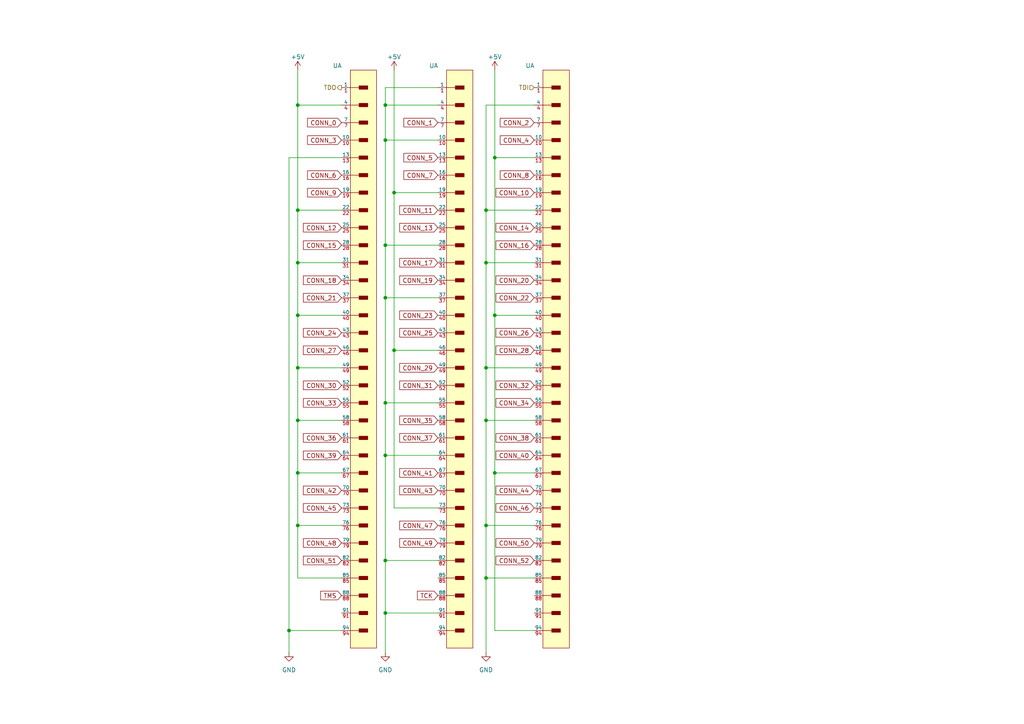
<source format=kicad_sch>
(kicad_sch (version 20220404) (generator eeschema)
  (paper "A4")
  (lib_symbols
    (symbol "09032967825:09032967825" (pin_names (offset 0))
      (property "Reference" "J" (at 0 7.62 0))
      (property "Value" "09032967825" (at 0 10.16 0))
      (symbol "09032967825_1_1"
        (rectangle (start -12.7 5.08) (end -5.08 -162.56) (fill (type background)))
        (rectangle (start -10.16 -156.972) (end -7.62 -157.988) (fill (type outline)))
        (rectangle (start -10.16 -151.892) (end -7.62 -152.908) (fill (type outline)))
        (rectangle (start -10.16 -146.812) (end -7.62 -147.828) (fill (type outline)))
        (rectangle (start -10.16 -141.732) (end -7.62 -142.748) (fill (type outline)))
        (rectangle (start -10.16 -136.652) (end -7.62 -137.668) (fill (type outline)))
        (rectangle (start -10.16 -131.572) (end -7.62 -132.588) (fill (type outline)))
        (rectangle (start -10.16 -126.492) (end -7.62 -127.508) (fill (type outline)))
        (rectangle (start -10.16 -121.412) (end -7.62 -122.428) (fill (type outline)))
        (rectangle (start -10.16 -116.332) (end -7.62 -117.348) (fill (type outline)))
        (rectangle (start -10.16 -111.252) (end -7.62 -112.268) (fill (type outline)))
        (rectangle (start -10.16 -106.172) (end -7.62 -107.188) (fill (type outline)))
        (rectangle (start -10.16 -101.092) (end -7.62 -102.108) (fill (type outline)))
        (rectangle (start -10.16 -96.012) (end -7.62 -97.028) (fill (type outline)))
        (rectangle (start -10.16 -90.932) (end -7.62 -91.948) (fill (type outline)))
        (rectangle (start -10.16 -85.852) (end -7.62 -86.868) (fill (type outline)))
        (rectangle (start -10.16 -80.772) (end -7.62 -81.788) (fill (type outline)))
        (rectangle (start -10.16 -75.692) (end -7.62 -76.708) (fill (type outline)))
        (rectangle (start -10.16 -70.612) (end -7.62 -71.628) (fill (type outline)))
        (rectangle (start -10.16 -65.532) (end -7.62 -66.548) (fill (type outline)))
        (rectangle (start -10.16 -60.452) (end -7.62 -61.468) (fill (type outline)))
        (rectangle (start -10.16 -55.372) (end -7.62 -56.388) (fill (type outline)))
        (rectangle (start -10.16 -50.292) (end -7.62 -51.308) (fill (type outline)))
        (rectangle (start -10.16 -45.212) (end -7.62 -46.228) (fill (type outline)))
        (rectangle (start -10.16 -40.132) (end -7.62 -41.148) (fill (type outline)))
        (rectangle (start -10.16 -35.052) (end -7.62 -36.068) (fill (type outline)))
        (rectangle (start -10.16 -29.972) (end -7.62 -30.988) (fill (type outline)))
        (rectangle (start -10.16 -24.892) (end -7.62 -25.908) (fill (type outline)))
        (rectangle (start -10.16 -19.812) (end -7.62 -20.828) (fill (type outline)))
        (rectangle (start -10.16 -14.732) (end -7.62 -15.748) (fill (type outline)))
        (rectangle (start -10.16 -9.652) (end -7.62 -10.668) (fill (type outline)))
        (rectangle (start -10.16 -4.572) (end -7.62 -5.588) (fill (type outline)))
        (rectangle (start -10.16 0.508) (end -7.62 -0.508) (fill (type outline)))
        (polyline (pts (xy -8.128 -157.48) (xy -5.08 -157.48)))
        (polyline (pts (xy -8.128 -152.4) (xy -5.08 -152.4)))
        (polyline (pts (xy -8.128 -147.32) (xy -5.08 -147.32)))
        (polyline (pts (xy -8.128 -142.24) (xy -5.08 -142.24)))
        (polyline (pts (xy -8.128 -137.16) (xy -5.08 -137.16)))
        (polyline (pts (xy -8.128 -132.08) (xy -5.08 -132.08)))
        (polyline (pts (xy -8.128 -127) (xy -5.08 -127)))
        (polyline (pts (xy -8.128 -121.92) (xy -5.08 -121.92)))
        (polyline (pts (xy -8.128 -116.84) (xy -5.08 -116.84)))
        (polyline (pts (xy -8.128 -111.76) (xy -5.08 -111.76)))
        (polyline (pts (xy -8.128 -106.68) (xy -5.08 -106.68)))
        (polyline (pts (xy -8.128 -101.6) (xy -5.08 -101.6)))
        (polyline (pts (xy -8.128 -96.52) (xy -5.08 -96.52)))
        (polyline (pts (xy -8.128 -91.44) (xy -5.08 -91.44)))
        (polyline (pts (xy -8.128 -86.36) (xy -5.08 -86.36)))
        (polyline (pts (xy -8.128 -81.28) (xy -5.08 -81.28)))
        (polyline (pts (xy -8.128 -76.2) (xy -5.08 -76.2)))
        (polyline (pts (xy -8.128 -71.12) (xy -5.08 -71.12)))
        (polyline (pts (xy -8.128 -66.04) (xy -5.08 -66.04)))
        (polyline (pts (xy -8.128 -60.96) (xy -5.08 -60.96)))
        (polyline (pts (xy -8.128 -55.88) (xy -5.08 -55.88)))
        (polyline (pts (xy -8.128 -50.8) (xy -5.08 -50.8)))
        (polyline (pts (xy -8.128 -45.72) (xy -5.08 -45.72)))
        (polyline (pts (xy -8.128 -40.64) (xy -5.08 -40.64)))
        (polyline (pts (xy -8.128 -35.56) (xy -5.08 -35.56)))
        (polyline (pts (xy -8.128 -30.48) (xy -5.08 -30.48)))
        (polyline (pts (xy -8.128 -25.4) (xy -5.08 -25.4)))
        (polyline (pts (xy -8.128 -20.32) (xy -5.08 -20.32)))
        (polyline (pts (xy -8.128 -15.24) (xy -5.08 -15.24)))
        (polyline (pts (xy -8.128 -10.16) (xy -5.08 -10.16)))
        (polyline (pts (xy -8.128 -5.08) (xy -5.08 -5.08)))
        (polyline (pts (xy -8.128 0) (xy -5.08 0)))
        (pin passive line (at -2.54 0 180) (length 2.54) (name "1") (number "1"))
        (pin passive line (at -2.54 -15.24 180) (length 2.54) (name "10") (number "10"))
        (pin passive line (at -2.54 -20.32 180) (length 2.54) (name "13") (number "13"))
        (pin passive line (at -2.54 -25.4 180) (length 2.54) (name "16") (number "16"))
        (pin passive line (at -2.54 -30.48 180) (length 2.54) (name "19") (number "19"))
        (pin passive line (at -2.54 -35.56 180) (length 2.54) (name "22") (number "22"))
        (pin passive line (at -2.54 -40.64 180) (length 2.54) (name "25") (number "25"))
        (pin passive line (at -2.54 -45.72 180) (length 2.54) (name "28") (number "28"))
        (pin passive line (at -2.54 -50.8 180) (length 2.54) (name "31") (number "31"))
        (pin passive line (at -2.54 -55.88 180) (length 2.54) (name "34") (number "34"))
        (pin passive line (at -2.54 -60.96 180) (length 2.54) (name "37") (number "37"))
        (pin passive line (at -2.54 -5.08 180) (length 2.54) (name "4") (number "4"))
        (pin passive line (at -2.54 -66.04 180) (length 2.54) (name "40") (number "40"))
        (pin passive line (at -2.54 -71.12 180) (length 2.54) (name "43") (number "43"))
        (pin passive line (at -2.54 -76.2 180) (length 2.54) (name "46") (number "46"))
        (pin passive line (at -2.54 -81.28 180) (length 2.54) (name "49") (number "49"))
        (pin passive line (at -2.54 -86.36 180) (length 2.54) (name "52") (number "52"))
        (pin passive line (at -2.54 -91.44 180) (length 2.54) (name "55") (number "55"))
        (pin passive line (at -2.54 -96.52 180) (length 2.54) (name "58") (number "58"))
        (pin passive line (at -2.54 -101.6 180) (length 2.54) (name "61") (number "61"))
        (pin passive line (at -2.54 -106.68 180) (length 2.54) (name "64") (number "64"))
        (pin passive line (at -2.54 -111.76 180) (length 2.54) (name "67") (number "67"))
        (pin passive line (at -2.54 -10.16 180) (length 2.54) (name "7") (number "7"))
        (pin passive line (at -2.54 -116.84 180) (length 2.54) (name "70") (number "70"))
        (pin passive line (at -2.54 -121.92 180) (length 2.54) (name "73") (number "73"))
        (pin passive line (at -2.54 -127 180) (length 2.54) (name "76") (number "76"))
        (pin passive line (at -2.54 -132.08 180) (length 2.54) (name "79") (number "79"))
        (pin passive line (at -2.54 -137.16 180) (length 2.54) (name "82") (number "82"))
        (pin passive line (at -2.54 -142.24 180) (length 2.54) (name "85") (number "85"))
        (pin passive line (at -2.54 -147.32 180) (length 2.54) (name "88") (number "88"))
        (pin passive line (at -2.54 -152.4 180) (length 2.54) (name "91") (number "91"))
        (pin passive line (at -2.54 -157.48 180) (length 2.54) (name "94") (number "94"))
      )
      (symbol "09032967825_2_1"
        (rectangle (start -12.7 5.08) (end -5.08 -162.56) (fill (type background)))
        (rectangle (start -10.16 -156.972) (end -7.62 -157.988) (fill (type outline)))
        (rectangle (start -10.16 -151.892) (end -7.62 -152.908) (fill (type outline)))
        (rectangle (start -10.16 -146.812) (end -7.62 -147.828) (fill (type outline)))
        (rectangle (start -10.16 -141.732) (end -7.62 -142.748) (fill (type outline)))
        (rectangle (start -10.16 -136.652) (end -7.62 -137.668) (fill (type outline)))
        (rectangle (start -10.16 -131.572) (end -7.62 -132.588) (fill (type outline)))
        (rectangle (start -10.16 -126.492) (end -7.62 -127.508) (fill (type outline)))
        (rectangle (start -10.16 -121.412) (end -7.62 -122.428) (fill (type outline)))
        (rectangle (start -10.16 -116.332) (end -7.62 -117.348) (fill (type outline)))
        (rectangle (start -10.16 -111.252) (end -7.62 -112.268) (fill (type outline)))
        (rectangle (start -10.16 -106.172) (end -7.62 -107.188) (fill (type outline)))
        (rectangle (start -10.16 -101.092) (end -7.62 -102.108) (fill (type outline)))
        (rectangle (start -10.16 -96.012) (end -7.62 -97.028) (fill (type outline)))
        (rectangle (start -10.16 -90.932) (end -7.62 -91.948) (fill (type outline)))
        (rectangle (start -10.16 -85.852) (end -7.62 -86.868) (fill (type outline)))
        (rectangle (start -10.16 -80.772) (end -7.62 -81.788) (fill (type outline)))
        (rectangle (start -10.16 -75.692) (end -7.62 -76.708) (fill (type outline)))
        (rectangle (start -10.16 -70.612) (end -7.62 -71.628) (fill (type outline)))
        (rectangle (start -10.16 -65.532) (end -7.62 -66.548) (fill (type outline)))
        (rectangle (start -10.16 -60.452) (end -7.62 -61.468) (fill (type outline)))
        (rectangle (start -10.16 -55.372) (end -7.62 -56.388) (fill (type outline)))
        (rectangle (start -10.16 -50.292) (end -7.62 -51.308) (fill (type outline)))
        (rectangle (start -10.16 -45.212) (end -7.62 -46.228) (fill (type outline)))
        (rectangle (start -10.16 -40.132) (end -7.62 -41.148) (fill (type outline)))
        (rectangle (start -10.16 -35.052) (end -7.62 -36.068) (fill (type outline)))
        (rectangle (start -10.16 -29.972) (end -7.62 -30.988) (fill (type outline)))
        (rectangle (start -10.16 -24.892) (end -7.62 -25.908) (fill (type outline)))
        (rectangle (start -10.16 -19.812) (end -7.62 -20.828) (fill (type outline)))
        (rectangle (start -10.16 -14.732) (end -7.62 -15.748) (fill (type outline)))
        (rectangle (start -10.16 -9.652) (end -7.62 -10.668) (fill (type outline)))
        (rectangle (start -10.16 -4.572) (end -7.62 -5.588) (fill (type outline)))
        (rectangle (start -10.16 0.508) (end -7.62 -0.508) (fill (type outline)))
        (polyline (pts (xy -8.128 -157.48) (xy -5.08 -157.48)))
        (polyline (pts (xy -8.128 -152.4) (xy -5.08 -152.4)))
        (polyline (pts (xy -8.128 -147.32) (xy -5.08 -147.32)))
        (polyline (pts (xy -8.128 -142.24) (xy -5.08 -142.24)))
        (polyline (pts (xy -8.128 -137.16) (xy -5.08 -137.16)))
        (polyline (pts (xy -8.128 -132.08) (xy -5.08 -132.08)))
        (polyline (pts (xy -8.128 -127) (xy -5.08 -127)))
        (polyline (pts (xy -8.128 -121.92) (xy -5.08 -121.92)))
        (polyline (pts (xy -8.128 -116.84) (xy -5.08 -116.84)))
        (polyline (pts (xy -8.128 -111.76) (xy -5.08 -111.76)))
        (polyline (pts (xy -8.128 -106.68) (xy -5.08 -106.68)))
        (polyline (pts (xy -8.128 -101.6) (xy -5.08 -101.6)))
        (polyline (pts (xy -8.128 -96.52) (xy -5.08 -96.52)))
        (polyline (pts (xy -8.128 -91.44) (xy -5.08 -91.44)))
        (polyline (pts (xy -8.128 -86.36) (xy -5.08 -86.36)))
        (polyline (pts (xy -8.128 -81.28) (xy -5.08 -81.28)))
        (polyline (pts (xy -8.128 -76.2) (xy -5.08 -76.2)))
        (polyline (pts (xy -8.128 -71.12) (xy -5.08 -71.12)))
        (polyline (pts (xy -8.128 -66.04) (xy -5.08 -66.04)))
        (polyline (pts (xy -8.128 -60.96) (xy -5.08 -60.96)))
        (polyline (pts (xy -8.128 -55.88) (xy -5.08 -55.88)))
        (polyline (pts (xy -8.128 -50.8) (xy -5.08 -50.8)))
        (polyline (pts (xy -8.128 -45.72) (xy -5.08 -45.72)))
        (polyline (pts (xy -8.128 -40.64) (xy -5.08 -40.64)))
        (polyline (pts (xy -8.128 -35.56) (xy -5.08 -35.56)))
        (polyline (pts (xy -8.128 -30.48) (xy -5.08 -30.48)))
        (polyline (pts (xy -8.128 -25.4) (xy -5.08 -25.4)))
        (polyline (pts (xy -8.128 -20.32) (xy -5.08 -20.32)))
        (polyline (pts (xy -8.128 -15.24) (xy -5.08 -15.24)))
        (polyline (pts (xy -8.128 -10.16) (xy -5.08 -10.16)))
        (polyline (pts (xy -8.128 -5.08) (xy -5.08 -5.08)))
        (polyline (pts (xy -8.128 0) (xy -5.08 0)))
        (pin passive line (at -2.54 -15.24 180) (length 2.54) (name "11") (number "11"))
        (pin passive line (at -2.54 -20.32 180) (length 2.54) (name "14") (number "14"))
        (pin passive line (at -2.54 -25.4 180) (length 2.54) (name "17") (number "17"))
        (pin passive line (at -2.54 0 180) (length 2.54) (name "2") (number "2"))
        (pin passive line (at -2.54 -30.48 180) (length 2.54) (name "20") (number "20"))
        (pin passive line (at -2.54 -35.56 180) (length 2.54) (name "23") (number "23"))
        (pin passive line (at -2.54 -40.64 180) (length 2.54) (name "26") (number "26"))
        (pin passive line (at -2.54 -45.72 180) (length 2.54) (name "29") (number "29"))
        (pin passive line (at -2.54 -50.8 180) (length 2.54) (name "32") (number "32"))
        (pin passive line (at -2.54 -55.88 180) (length 2.54) (name "35") (number "35"))
        (pin passive line (at -2.54 -60.96 180) (length 2.54) (name "38") (number "38"))
        (pin passive line (at -2.54 -66.04 180) (length 2.54) (name "41") (number "41"))
        (pin passive line (at -2.54 -71.12 180) (length 2.54) (name "44") (number "44"))
        (pin passive line (at -2.54 -76.2 180) (length 2.54) (name "47") (number "47"))
        (pin passive line (at -2.54 -5.08 180) (length 2.54) (name "5") (number "5"))
        (pin passive line (at -2.54 -81.28 180) (length 2.54) (name "50") (number "50"))
        (pin passive line (at -2.54 -86.36 180) (length 2.54) (name "53") (number "53"))
        (pin passive line (at -2.54 -91.44 180) (length 2.54) (name "56") (number "56"))
        (pin passive line (at -2.54 -96.52 180) (length 2.54) (name "59") (number "59"))
        (pin passive line (at -2.54 -101.6 180) (length 2.54) (name "62") (number "62"))
        (pin passive line (at -2.54 -106.68 180) (length 2.54) (name "65") (number "65"))
        (pin passive line (at -2.54 -111.76 180) (length 2.54) (name "68") (number "68"))
        (pin passive line (at -2.54 -116.84 180) (length 2.54) (name "71") (number "71"))
        (pin passive line (at -2.54 -121.92 180) (length 2.54) (name "74") (number "74"))
        (pin passive line (at -2.54 -127 180) (length 2.54) (name "77") (number "77"))
        (pin passive line (at -2.54 -10.16 180) (length 2.54) (name "8") (number "8"))
        (pin passive line (at -2.54 -132.08 180) (length 2.54) (name "80") (number "80"))
        (pin passive line (at -2.54 -137.16 180) (length 2.54) (name "83") (number "83"))
        (pin passive line (at -2.54 -142.24 180) (length 2.54) (name "86") (number "86"))
        (pin passive line (at -2.54 -147.32 180) (length 2.54) (name "89") (number "89"))
        (pin passive line (at -2.54 -152.4 180) (length 2.54) (name "92") (number "92"))
        (pin passive line (at -2.54 -157.48 180) (length 2.54) (name "95") (number "95"))
      )
      (symbol "09032967825_3_1"
        (rectangle (start -12.7 5.08) (end -5.08 -162.56) (fill (type background)))
        (rectangle (start -10.16 -156.972) (end -7.62 -157.988) (fill (type outline)))
        (rectangle (start -10.16 -151.892) (end -7.62 -152.908) (fill (type outline)))
        (rectangle (start -10.16 -146.812) (end -7.62 -147.828) (fill (type outline)))
        (rectangle (start -10.16 -141.732) (end -7.62 -142.748) (fill (type outline)))
        (rectangle (start -10.16 -136.652) (end -7.62 -137.668) (fill (type outline)))
        (rectangle (start -10.16 -131.572) (end -7.62 -132.588) (fill (type outline)))
        (rectangle (start -10.16 -126.492) (end -7.62 -127.508) (fill (type outline)))
        (rectangle (start -10.16 -121.412) (end -7.62 -122.428) (fill (type outline)))
        (rectangle (start -10.16 -116.332) (end -7.62 -117.348) (fill (type outline)))
        (rectangle (start -10.16 -111.252) (end -7.62 -112.268) (fill (type outline)))
        (rectangle (start -10.16 -106.172) (end -7.62 -107.188) (fill (type outline)))
        (rectangle (start -10.16 -101.092) (end -7.62 -102.108) (fill (type outline)))
        (rectangle (start -10.16 -96.012) (end -7.62 -97.028) (fill (type outline)))
        (rectangle (start -10.16 -90.932) (end -7.62 -91.948) (fill (type outline)))
        (rectangle (start -10.16 -85.852) (end -7.62 -86.868) (fill (type outline)))
        (rectangle (start -10.16 -80.772) (end -7.62 -81.788) (fill (type outline)))
        (rectangle (start -10.16 -75.692) (end -7.62 -76.708) (fill (type outline)))
        (rectangle (start -10.16 -70.612) (end -7.62 -71.628) (fill (type outline)))
        (rectangle (start -10.16 -65.532) (end -7.62 -66.548) (fill (type outline)))
        (rectangle (start -10.16 -60.452) (end -7.62 -61.468) (fill (type outline)))
        (rectangle (start -10.16 -55.372) (end -7.62 -56.388) (fill (type outline)))
        (rectangle (start -10.16 -50.292) (end -7.62 -51.308) (fill (type outline)))
        (rectangle (start -10.16 -45.212) (end -7.62 -46.228) (fill (type outline)))
        (rectangle (start -10.16 -40.132) (end -7.62 -41.148) (fill (type outline)))
        (rectangle (start -10.16 -35.052) (end -7.62 -36.068) (fill (type outline)))
        (rectangle (start -10.16 -29.972) (end -7.62 -30.988) (fill (type outline)))
        (rectangle (start -10.16 -24.892) (end -7.62 -25.908) (fill (type outline)))
        (rectangle (start -10.16 -19.812) (end -7.62 -20.828) (fill (type outline)))
        (rectangle (start -10.16 -14.732) (end -7.62 -15.748) (fill (type outline)))
        (rectangle (start -10.16 -9.652) (end -7.62 -10.668) (fill (type outline)))
        (rectangle (start -10.16 -4.572) (end -7.62 -5.588) (fill (type outline)))
        (rectangle (start -10.16 0.508) (end -7.62 -0.508) (fill (type outline)))
        (polyline (pts (xy -8.128 -157.48) (xy -5.08 -157.48)))
        (polyline (pts (xy -8.128 -152.4) (xy -5.08 -152.4)))
        (polyline (pts (xy -8.128 -147.32) (xy -5.08 -147.32)))
        (polyline (pts (xy -8.128 -142.24) (xy -5.08 -142.24)))
        (polyline (pts (xy -8.128 -137.16) (xy -5.08 -137.16)))
        (polyline (pts (xy -8.128 -132.08) (xy -5.08 -132.08)))
        (polyline (pts (xy -8.128 -127) (xy -5.08 -127)))
        (polyline (pts (xy -8.128 -121.92) (xy -5.08 -121.92)))
        (polyline (pts (xy -8.128 -116.84) (xy -5.08 -116.84)))
        (polyline (pts (xy -8.128 -111.76) (xy -5.08 -111.76)))
        (polyline (pts (xy -8.128 -106.68) (xy -5.08 -106.68)))
        (polyline (pts (xy -8.128 -101.6) (xy -5.08 -101.6)))
        (polyline (pts (xy -8.128 -96.52) (xy -5.08 -96.52)))
        (polyline (pts (xy -8.128 -91.44) (xy -5.08 -91.44)))
        (polyline (pts (xy -8.128 -86.36) (xy -5.08 -86.36)))
        (polyline (pts (xy -8.128 -81.28) (xy -5.08 -81.28)))
        (polyline (pts (xy -8.128 -76.2) (xy -5.08 -76.2)))
        (polyline (pts (xy -8.128 -71.12) (xy -5.08 -71.12)))
        (polyline (pts (xy -8.128 -66.04) (xy -5.08 -66.04)))
        (polyline (pts (xy -8.128 -60.96) (xy -5.08 -60.96)))
        (polyline (pts (xy -8.128 -55.88) (xy -5.08 -55.88)))
        (polyline (pts (xy -8.128 -50.8) (xy -5.08 -50.8)))
        (polyline (pts (xy -8.128 -45.72) (xy -5.08 -45.72)))
        (polyline (pts (xy -8.128 -40.64) (xy -5.08 -40.64)))
        (polyline (pts (xy -8.128 -35.56) (xy -5.08 -35.56)))
        (polyline (pts (xy -8.128 -30.48) (xy -5.08 -30.48)))
        (polyline (pts (xy -8.128 -25.4) (xy -5.08 -25.4)))
        (polyline (pts (xy -8.128 -20.32) (xy -5.08 -20.32)))
        (polyline (pts (xy -8.128 -15.24) (xy -5.08 -15.24)))
        (polyline (pts (xy -8.128 -10.16) (xy -5.08 -10.16)))
        (polyline (pts (xy -8.128 -5.08) (xy -5.08 -5.08)))
        (polyline (pts (xy -8.128 0) (xy -5.08 0)))
        (pin passive line (at -2.54 -15.24 180) (length 2.54) (name "12") (number "12"))
        (pin passive line (at -2.54 -20.32 180) (length 2.54) (name "15") (number "15"))
        (pin passive line (at -2.54 -25.4 180) (length 2.54) (name "18") (number "18"))
        (pin passive line (at -2.54 -30.48 180) (length 2.54) (name "21") (number "21"))
        (pin passive line (at -2.54 -35.56 180) (length 2.54) (name "24") (number "24"))
        (pin passive line (at -2.54 -40.64 180) (length 2.54) (name "27") (number "27"))
        (pin passive line (at -2.54 0 180) (length 2.54) (name "3") (number "3"))
        (pin passive line (at -2.54 -45.72 180) (length 2.54) (name "30") (number "30"))
        (pin passive line (at -2.54 -50.8 180) (length 2.54) (name "33") (number "33"))
        (pin passive line (at -2.54 -55.88 180) (length 2.54) (name "36") (number "36"))
        (pin passive line (at -2.54 -60.96 180) (length 2.54) (name "39") (number "39"))
        (pin passive line (at -2.54 -66.04 180) (length 2.54) (name "42") (number "42"))
        (pin passive line (at -2.54 -71.12 180) (length 2.54) (name "45") (number "45"))
        (pin passive line (at -2.54 -76.2 180) (length 2.54) (name "48") (number "48"))
        (pin passive line (at -2.54 -81.28 180) (length 2.54) (name "51") (number "51"))
        (pin passive line (at -2.54 -86.36 180) (length 2.54) (name "54") (number "54"))
        (pin passive line (at -2.54 -91.44 180) (length 2.54) (name "57") (number "57"))
        (pin passive line (at -2.54 -5.08 180) (length 2.54) (name "6") (number "6"))
        (pin passive line (at -2.54 -96.52 180) (length 2.54) (name "60") (number "60"))
        (pin passive line (at -2.54 -101.6 180) (length 2.54) (name "63") (number "63"))
        (pin passive line (at -2.54 -106.68 180) (length 2.54) (name "66") (number "66"))
        (pin passive line (at -2.54 -111.76 180) (length 2.54) (name "69") (number "69"))
        (pin passive line (at -2.54 -116.84 180) (length 2.54) (name "72") (number "72"))
        (pin passive line (at -2.54 -121.92 180) (length 2.54) (name "75") (number "75"))
        (pin passive line (at -2.54 -127 180) (length 2.54) (name "78") (number "78"))
        (pin passive line (at -2.54 -132.08 180) (length 2.54) (name "81") (number "81"))
        (pin passive line (at -2.54 -137.16 180) (length 2.54) (name "84") (number "84"))
        (pin passive line (at -2.54 -142.24 180) (length 2.54) (name "87") (number "87"))
        (pin passive line (at -2.54 -10.16 180) (length 2.54) (name "9") (number "9"))
        (pin passive line (at -2.54 -147.32 180) (length 2.54) (name "90") (number "90"))
        (pin passive line (at -2.54 -152.4 180) (length 2.54) (name "93") (number "93"))
        (pin passive line (at -2.54 -157.48 180) (length 2.54) (name "96") (number "96"))
      )
    )
    (symbol "power:+5V" (power) (pin_names (offset 0))
      (property "Value" "+5V" (at 0 3.556 0))
      (symbol "+5V_0_1"
        (polyline (pts (xy -0.762 1.27) (xy 0 2.54)))
        (polyline (pts (xy 0 0) (xy 0 2.54)))
        (polyline (pts (xy 0 2.54) (xy 0.762 1.27)))
      )
      (symbol "+5V_1_1"
        (pin power_in line (at 0 0 90) (length 0) hide (name "+5V") (number "1"))
      )
    )
    (symbol "power:GND" (power) (pin_names (offset 0))
      (property "Value" "GND" (at 0 -3.81 0))
      (symbol "GND_0_1"
        (polyline (pts (xy 0 0) (xy 0 -1.27) (xy 1.27 -1.27) (xy 0 -2.54) (xy -1.27 -1.27) (xy 0 -1.27)))
      )
      (symbol "GND_1_1"
        (pin power_in line (at 0 0 270) (length 0) hide (name "GND") (number "1"))
      )
    )
  )
  (junction (at 111.76 71.12))
  (junction (at 143.51 137.16))
  (junction (at 86.36 121.92))
  (junction (at 114.3 55.88))
  (junction (at 86.36 152.4))
  (junction (at 140.97 152.4))
  (junction (at 140.97 60.96))
  (junction (at 111.76 30.48))
  (junction (at 111.76 86.36))
  (junction (at 140.97 76.2))
  (junction (at 140.97 121.92))
  (junction (at 114.3 101.6))
  (junction (at 143.51 91.44))
  (junction (at 111.76 40.64))
  (junction (at 86.36 91.44))
  (junction (at 111.76 132.08))
  (junction (at 140.97 106.68))
  (junction (at 140.97 167.64))
  (junction (at 83.82 182.88))
  (junction (at 111.76 162.56))
  (junction (at 111.76 116.84))
  (junction (at 86.36 137.16))
  (junction (at 86.36 106.68))
  (junction (at 111.76 177.8))
  (junction (at 143.51 45.72))
  (junction (at 86.36 60.96))
  (junction (at 86.36 76.2))
  (junction (at 86.36 30.48))
  (wire (pts (xy 140.97 121.92) (xy 140.97 106.68)))
  (wire (pts (xy 83.82 45.72) (xy 99.06 45.72)))
  (wire (pts (xy 143.51 20.32) (xy 143.51 45.72)))
  (wire (pts (xy 111.76 71.12) (xy 111.76 40.64)))
  (wire (pts (xy 111.76 30.48) (xy 127 30.48)))
  (wire (pts (xy 143.51 91.44) (xy 154.94 91.44)))
  (wire (pts (xy 86.36 137.16) (xy 99.06 137.16)))
  (wire (pts (xy 111.76 177.8) (xy 111.76 162.56)))
  (wire (pts (xy 143.51 182.88) (xy 154.94 182.88)))
  (wire (pts (xy 86.36 30.48) (xy 86.36 60.96)))
  (wire (pts (xy 111.76 116.84) (xy 111.76 86.36)))
  (wire (pts (xy 143.51 45.72) (xy 143.51 91.44)))
  (wire (pts (xy 86.36 152.4) (xy 86.36 167.64)))
  (wire (pts (xy 86.36 76.2) (xy 99.06 76.2)))
  (wire (pts (xy 140.97 167.64) (xy 154.94 167.64)))
  (wire (pts (xy 86.36 106.68) (xy 86.36 121.92)))
  (wire (pts (xy 111.76 40.64) (xy 111.76 30.48)))
  (wire (pts (xy 86.36 91.44) (xy 86.36 106.68)))
  (wire (pts (xy 83.82 182.88) (xy 99.06 182.88)))
  (wire (pts (xy 140.97 60.96) (xy 154.94 60.96)))
  (wire (pts (xy 111.76 132.08) (xy 111.76 116.84)))
  (wire (pts (xy 86.36 30.48) (xy 99.06 30.48)))
  (wire (pts (xy 111.76 162.56) (xy 111.76 132.08)))
  (wire (pts (xy 111.76 162.56) (xy 127 162.56)))
  (wire (pts (xy 86.36 91.44) (xy 99.06 91.44)))
  (wire (pts (xy 111.76 25.4) (xy 127 25.4)))
  (wire (pts (xy 140.97 152.4) (xy 140.97 121.92)))
  (wire (pts (xy 140.97 167.64) (xy 140.97 152.4)))
  (wire (pts (xy 86.36 106.68) (xy 99.06 106.68)))
  (wire (pts (xy 140.97 106.68) (xy 154.94 106.68)))
  (wire (pts (xy 86.36 20.32) (xy 86.36 30.48)))
  (wire (pts (xy 114.3 101.6) (xy 114.3 147.32)))
  (wire (pts (xy 114.3 20.32) (xy 114.3 55.88)))
  (wire (pts (xy 140.97 76.2) (xy 154.94 76.2)))
  (wire (pts (xy 111.76 30.48) (xy 111.76 25.4)))
  (wire (pts (xy 143.51 137.16) (xy 143.51 182.88)))
  (wire (pts (xy 114.3 101.6) (xy 127 101.6)))
  (wire (pts (xy 83.82 45.72) (xy 83.82 182.88)))
  (wire (pts (xy 140.97 60.96) (xy 140.97 30.48)))
  (wire (pts (xy 140.97 30.48) (xy 154.94 30.48)))
  (wire (pts (xy 86.36 121.92) (xy 99.06 121.92)))
  (wire (pts (xy 111.76 40.64) (xy 127 40.64)))
  (wire (pts (xy 114.3 55.88) (xy 127 55.88)))
  (wire (pts (xy 140.97 121.92) (xy 154.94 121.92)))
  (wire (pts (xy 86.36 137.16) (xy 86.36 152.4)))
  (wire (pts (xy 83.82 189.23) (xy 83.82 182.88)))
  (wire (pts (xy 143.51 137.16) (xy 154.94 137.16)))
  (wire (pts (xy 86.36 76.2) (xy 86.36 91.44)))
  (wire (pts (xy 86.36 152.4) (xy 99.06 152.4)))
  (wire (pts (xy 111.76 116.84) (xy 127 116.84)))
  (wire (pts (xy 86.36 60.96) (xy 99.06 60.96)))
  (wire (pts (xy 86.36 121.92) (xy 86.36 137.16)))
  (wire (pts (xy 86.36 167.64) (xy 99.06 167.64)))
  (wire (pts (xy 111.76 86.36) (xy 127 86.36)))
  (wire (pts (xy 114.3 147.32) (xy 127 147.32)))
  (wire (pts (xy 86.36 60.96) (xy 86.36 76.2)))
  (wire (pts (xy 111.76 86.36) (xy 111.76 71.12)))
  (wire (pts (xy 111.76 177.8) (xy 127 177.8)))
  (wire (pts (xy 111.76 132.08) (xy 127 132.08)))
  (wire (pts (xy 140.97 76.2) (xy 140.97 60.96)))
  (wire (pts (xy 140.97 106.68) (xy 140.97 76.2)))
  (wire (pts (xy 140.97 152.4) (xy 154.94 152.4)))
  (wire (pts (xy 143.51 91.44) (xy 143.51 137.16)))
  (wire (pts (xy 111.76 189.23) (xy 111.76 177.8)))
  (wire (pts (xy 114.3 55.88) (xy 114.3 101.6)))
  (wire (pts (xy 140.97 189.23) (xy 140.97 167.64)))
  (wire (pts (xy 111.76 71.12) (xy 127 71.12)))
  (wire (pts (xy 143.51 45.72) (xy 154.94 45.72)))
  (global_label "CONN_1" (shape input) (at 127 35.56 180) (property "Intersheetrefs" "${INTERSHEET_REFS}" (effects hide)))
  (global_label "CONN_24" (shape input) (at 99.06 96.52 180) (property "Intersheetrefs" "${INTERSHEET_REFS}" (effects hide)))
  (global_label "CONN_22" (shape input) (at 154.94 86.36 180) (property "Intersheetrefs" "${INTERSHEET_REFS}" (effects hide)))
  (global_label "CONN_34" (shape input) (at 154.94 116.84 180) (property "Intersheetrefs" "${INTERSHEET_REFS}" (effects hide)))
  (global_label "CONN_6" (shape input) (at 99.06 50.8 180) (property "Intersheetrefs" "${INTERSHEET_REFS}" (effects hide)))
  (global_label "CONN_39" (shape input) (at 99.06 132.08 180) (property "Intersheetrefs" "${INTERSHEET_REFS}" (effects hide)))
  (global_label "CONN_30" (shape input) (at 99.06 111.76 180) (property "Intersheetrefs" "${INTERSHEET_REFS}" (effects hide)))
  (global_label "CONN_15" (shape input) (at 99.06 71.12 180) (property "Intersheetrefs" "${INTERSHEET_REFS}" (effects hide)))
  (global_label "CONN_41" (shape input) (at 127 137.16 180) (property "Intersheetrefs" "${INTERSHEET_REFS}" (effects hide)))
  (global_label "CONN_37" (shape input) (at 127 127 180) (property "Intersheetrefs" "${INTERSHEET_REFS}" (effects hide)))
  (global_label "CONN_26" (shape input) (at 154.94 96.52 180) (property "Intersheetrefs" "${INTERSHEET_REFS}" (effects hide)))
  (global_label "CONN_33" (shape input) (at 99.06 116.84 180) (property "Intersheetrefs" "${INTERSHEET_REFS}" (effects hide)))
  (global_label "CONN_23" (shape input) (at 127 91.44 180) (property "Intersheetrefs" "${INTERSHEET_REFS}" (effects hide)))
  (global_label "CONN_29" (shape input) (at 127 106.68 180) (property "Intersheetrefs" "${INTERSHEET_REFS}" (effects hide)))
  (global_label "CONN_31" (shape input) (at 127 111.76 180) (property "Intersheetrefs" "${INTERSHEET_REFS}" (effects hide)))
  (global_label "CONN_32" (shape input) (at 154.94 111.76 180) (property "Intersheetrefs" "${INTERSHEET_REFS}" (effects hide)))
  (global_label "CONN_45" (shape input) (at 99.06 147.32 180) (property "Intersheetrefs" "${INTERSHEET_REFS}" (effects hide)))
  (global_label "CONN_44" (shape input) (at 154.94 142.24 180) (property "Intersheetrefs" "${INTERSHEET_REFS}" (effects hide)))
  (global_label "CONN_28" (shape input) (at 154.94 101.6 180) (property "Intersheetrefs" "${INTERSHEET_REFS}" (effects hide)))
  (global_label "CONN_38" (shape input) (at 154.94 127 180) (property "Intersheetrefs" "${INTERSHEET_REFS}" (effects hide)))
  (global_label "CONN_36" (shape input) (at 99.06 127 180) (property "Intersheetrefs" "${INTERSHEET_REFS}" (effects hide)))
  (global_label "TCK" (shape input) (at 127 172.72 180) (property "Intersheetrefs" "${INTERSHEET_REFS}" (effects hide)))
  (global_label "CONN_2" (shape input) (at 154.94 35.56 180) (property "Intersheetrefs" "${INTERSHEET_REFS}" (effects hide)))
  (global_label "CONN_25" (shape input) (at 127 96.52 180) (property "Intersheetrefs" "${INTERSHEET_REFS}" (effects hide)))
  (global_label "CONN_48" (shape input) (at 99.06 157.48 180) (property "Intersheetrefs" "${INTERSHEET_REFS}" (effects hide)))
  (global_label "CONN_21" (shape input) (at 99.06 86.36 180) (property "Intersheetrefs" "${INTERSHEET_REFS}" (effects hide)))
  (global_label "CONN_4" (shape input) (at 154.94 40.64 180) (property "Intersheetrefs" "${INTERSHEET_REFS}" (effects hide)))
  (global_label "CONN_47" (shape input) (at 127 152.4 180) (property "Intersheetrefs" "${INTERSHEET_REFS}" (effects hide)))
  (global_label "CONN_8" (shape input) (at 154.94 50.8 180) (property "Intersheetrefs" "${INTERSHEET_REFS}" (effects hide)))
  (global_label "CONN_5" (shape input) (at 127 45.72 180) (property "Intersheetrefs" "${INTERSHEET_REFS}" (effects hide)))
  (global_label "CONN_35" (shape input) (at 127 121.92 180) (property "Intersheetrefs" "${INTERSHEET_REFS}" (effects hide)))
  (global_label "CONN_52" (shape input) (at 154.94 162.56 180) (property "Intersheetrefs" "${INTERSHEET_REFS}" (effects hide)))
  (global_label "CONN_40" (shape input) (at 154.94 132.08 180) (property "Intersheetrefs" "${INTERSHEET_REFS}" (effects hide)))
  (global_label "CONN_18" (shape input) (at 99.06 81.28 180) (property "Intersheetrefs" "${INTERSHEET_REFS}" (effects hide)))
  (global_label "CONN_14" (shape input) (at 154.94 66.04 180) (property "Intersheetrefs" "${INTERSHEET_REFS}" (effects hide)))
  (global_label "CONN_43" (shape input) (at 127 142.24 180) (property "Intersheetrefs" "${INTERSHEET_REFS}" (effects hide)))
  (global_label "CONN_42" (shape input) (at 99.06 142.24 180) (property "Intersheetrefs" "${INTERSHEET_REFS}" (effects hide)))
  (global_label "CONN_7" (shape input) (at 127 50.8 180) (property "Intersheetrefs" "${INTERSHEET_REFS}" (effects hide)))
  (global_label "CONN_13" (shape input) (at 127 66.04 180) (property "Intersheetrefs" "${INTERSHEET_REFS}" (effects hide)))
  (global_label "CONN_51" (shape input) (at 99.06 162.56 180) (property "Intersheetrefs" "${INTERSHEET_REFS}" (effects hide)))
  (global_label "CONN_0" (shape input) (at 99.06 35.56 180) (property "Intersheetrefs" "${INTERSHEET_REFS}" (effects hide)))
  (global_label "CONN_3" (shape input) (at 99.06 40.64 180) (property "Intersheetrefs" "${INTERSHEET_REFS}" (effects hide)))
  (global_label "CONN_11" (shape input) (at 127 60.96 180) (property "Intersheetrefs" "${INTERSHEET_REFS}" (effects hide)))
  (global_label "TMS" (shape input) (at 99.06 172.72 180) (property "Intersheetrefs" "${INTERSHEET_REFS}" (effects hide)))
  (global_label "CONN_50" (shape input) (at 154.94 157.48 180) (property "Intersheetrefs" "${INTERSHEET_REFS}" (effects hide)))
  (global_label "CONN_46" (shape input) (at 154.94 147.32 180) (property "Intersheetrefs" "${INTERSHEET_REFS}" (effects hide)))
  (global_label "CONN_19" (shape input) (at 127 81.28 180) (property "Intersheetrefs" "${INTERSHEET_REFS}" (effects hide)))
  (global_label "CONN_27" (shape input) (at 99.06 101.6 180) (property "Intersheetrefs" "${INTERSHEET_REFS}" (effects hide)))
  (global_label "CONN_17" (shape input) (at 127 76.2 180) (property "Intersheetrefs" "${INTERSHEET_REFS}" (effects hide)))
  (global_label "CONN_16" (shape input) (at 154.94 71.12 180) (property "Intersheetrefs" "${INTERSHEET_REFS}" (effects hide)))
  (global_label "CONN_49" (shape input) (at 127 157.48 180) (property "Intersheetrefs" "${INTERSHEET_REFS}" (effects hide)))
  (global_label "CONN_12" (shape input) (at 99.06 66.04 180) (property "Intersheetrefs" "${INTERSHEET_REFS}" (effects hide)))
  (global_label "CONN_20" (shape input) (at 154.94 81.28 180) (property "Intersheetrefs" "${INTERSHEET_REFS}" (effects hide)))
  (global_label "CONN_10" (shape input) (at 154.94 55.88 180) (property "Intersheetrefs" "${INTERSHEET_REFS}" (effects hide)))
  (global_label "CONN_9" (shape input) (at 99.06 55.88 180) (property "Intersheetrefs" "${INTERSHEET_REFS}" (effects hide)))
  (hierarchical_label "TDO" (shape output) (at 99.06 25.4 180))
  (hierarchical_label "TDI" (shape input) (at 154.94 25.4 180))
  (symbol (lib_id "power:+5V") (at 86.36 20.32 0) (unit 1)
    (default_instance (reference "#PWR") (unit 1) (value "+5V") (footprint ""))
    (property "Reference" "#PWR" (effects hide))
    (property "Value" "+5V" (at 86.36 16.51 0))
  )
  (symbol (lib_id "power:GND") (at 83.82 189.23 0) (unit 1)
    (default_instance (reference "#PWR") (unit 1) (value "GND") (footprint ""))
    (property "Reference" "#PWR" (effects hide))
    (property "Value" "GND" (at 83.82 194.31 0))
  )
  (symbol (lib_id "power:+5V") (at 114.3 20.32 0) (unit 1)
    (default_instance (reference "#PWR") (unit 1) (value "+5V") (footprint ""))
    (property "Reference" "#PWR" (effects hide))
    (property "Value" "+5V" (at 114.3 16.51 0))
  )
  (symbol (lib_id "power:+5V") (at 143.51 20.32 0) (unit 1)
    (default_instance (reference "#PWR") (unit 1) (value "+5V") (footprint ""))
    (property "Reference" "#PWR" (effects hide))
    (property "Value" "+5V" (at 143.51 16.51 0))
  )
  (symbol (lib_id "09032967825:09032967825") (at 124.46 25.4 0) (mirror y) (unit 1)
    (default_instance (reference "U") (unit 1) (value "") (footprint ""))
    (property "Reference" "U" (at 124.46 19.05 0) (effects (justify right)))
    (property "Datasheet" "https://b2b.harting.com/files/download/PRD/PDF_DS/09031200203_100580339DRW000B.pdf" (effects hide))
    (property "category" "Conn" (effects hide))
    (property "contact material" "Gold,Tin" (effects hide))
    (property "current rating" "2A" (effects hide))
    (property "device class L1" "Connectors" (effects hide))
    (property "device class L2" "Headers and Wire Housings" (effects hide))
    (property "device class L3" "unset" (effects hide))
    (property "digikey description" "DIN-SIGNAL C096MS-3,0C1-2" (effects hide))
    (property "digikey part number" "1195-1155-ND" (effects hide))
    (property "footprint url" "https://b2b.harting.com/files/download/PRD/PDF_TS/0903196X921_100072506DRW318C.pdf" (effects hide))
    (property "height" "11mm" (effects hide))
    (property "is connector" "yes" (effects hide))
    (property "is male" "yes" (effects hide))
    (property "lead free" "yes" (effects hide))
    (property "library id" "da8e1b99bd9ebd5c" (effects hide))
    (property "manufacturer" "Harting" (effects hide))
    (property "mouser part number" "617-09-03-196-6921" (effects hide))
    (property "number of contacts" "96" (effects hide))
    (property "number of rows" "3" (effects hide))
    (property "package" "HDR96" (effects hide))
    (property "rohs" "yes" (effects hide))
    (property "temperature range high" "+125°C" (effects hide))
    (property "temperature range low" "-55°C" (effects hide))
  )
  (symbol (lib_id "power:GND") (at 111.76 189.23 0) (unit 1)
    (default_instance (reference "#PWR") (unit 1) (value "GND") (footprint ""))
    (property "Reference" "#PWR" (effects hide))
    (property "Value" "GND" (at 111.76 194.31 0))
  )
  (symbol (lib_id "09032967825:09032967825") (at 152.4 25.4 0) (mirror y) (unit 1)
    (default_instance (reference "U") (unit 1) (value "") (footprint ""))
    (property "Reference" "U" (at 152.4 19.05 0) (effects (justify right)))
    (property "Datasheet" "https://b2b.harting.com/files/download/PRD/PDF_DS/09031200203_100580339DRW000B.pdf" (effects hide))
    (property "category" "Conn" (effects hide))
    (property "contact material" "Gold,Tin" (effects hide))
    (property "current rating" "2A" (effects hide))
    (property "device class L1" "Connectors" (effects hide))
    (property "device class L2" "Headers and Wire Housings" (effects hide))
    (property "device class L3" "unset" (effects hide))
    (property "digikey description" "DIN-SIGNAL C096MS-3,0C1-2" (effects hide))
    (property "digikey part number" "1195-1155-ND" (effects hide))
    (property "footprint url" "https://b2b.harting.com/files/download/PRD/PDF_TS/0903196X921_100072506DRW318C.pdf" (effects hide))
    (property "height" "11mm" (effects hide))
    (property "is connector" "yes" (effects hide))
    (property "is male" "yes" (effects hide))
    (property "lead free" "yes" (effects hide))
    (property "library id" "da8e1b99bd9ebd5c" (effects hide))
    (property "manufacturer" "Harting" (effects hide))
    (property "mouser part number" "617-09-03-196-6921" (effects hide))
    (property "number of contacts" "96" (effects hide))
    (property "number of rows" "3" (effects hide))
    (property "package" "HDR96" (effects hide))
    (property "rohs" "yes" (effects hide))
    (property "temperature range high" "+125°C" (effects hide))
    (property "temperature range low" "-55°C" (effects hide))
  )
  (symbol (lib_id "power:GND") (at 140.97 189.23 0) (unit 1)
    (default_instance (reference "#PWR") (unit 1) (value "GND") (footprint ""))
    (property "Reference" "#PWR" (effects hide))
    (property "Value" "GND" (at 140.97 194.31 0))
  )
  (symbol (lib_id "09032967825:09032967825") (at 96.52 25.4 0) (mirror y) (unit 1)
    (default_instance (reference "U") (unit 1) (value "") (footprint ""))
    (property "Reference" "U" (at 96.52 19.05 0) (effects (justify right)))
    (property "Datasheet" "https://b2b.harting.com/files/download/PRD/PDF_DS/09031200203_100580339DRW000B.pdf" (effects hide))
    (property "category" "Conn" (effects hide))
    (property "contact material" "Gold,Tin" (effects hide))
    (property "current rating" "2A" (effects hide))
    (property "device class L1" "Connectors" (effects hide))
    (property "device class L2" "Headers and Wire Housings" (effects hide))
    (property "device class L3" "unset" (effects hide))
    (property "digikey description" "DIN-SIGNAL C096MS-3,0C1-2" (effects hide))
    (property "digikey part number" "1195-1155-ND" (effects hide))
    (property "footprint url" "https://b2b.harting.com/files/download/PRD/PDF_TS/0903196X921_100072506DRW318C.pdf" (effects hide))
    (property "height" "11mm" (effects hide))
    (property "is connector" "yes" (effects hide))
    (property "is male" "yes" (effects hide))
    (property "lead free" "yes" (effects hide))
    (property "library id" "da8e1b99bd9ebd5c" (effects hide))
    (property "manufacturer" "Harting" (effects hide))
    (property "mouser part number" "617-09-03-196-6921" (effects hide))
    (property "number of contacts" "96" (effects hide))
    (property "number of rows" "3" (effects hide))
    (property "package" "HDR96" (effects hide))
    (property "rohs" "yes" (effects hide))
    (property "temperature range high" "+125°C" (effects hide))
    (property "temperature range low" "-55°C" (effects hide))
  )
)
</source>
